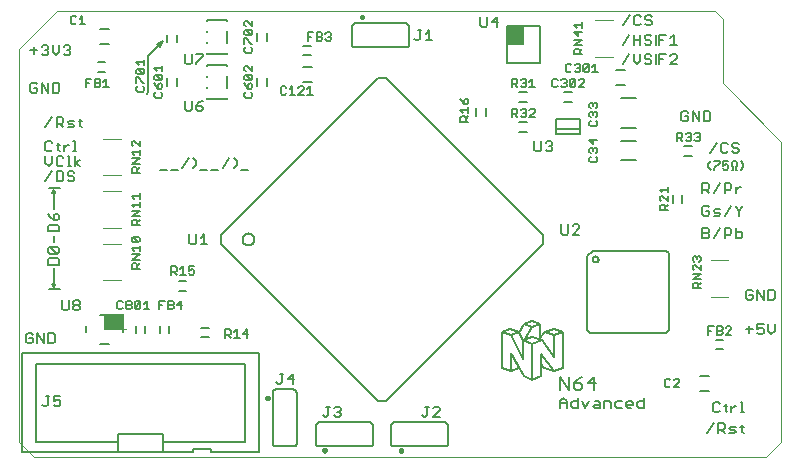
<source format=gto>
G04 EAGLE Gerber RS-274X export*
G75*
%MOMM*%
%FSLAX34Y34*%
%LPD*%
%INseide top*%
%IPPOS*%
%AMOC8*
5,1,8,0,0,1.08239X$1,22.5*%
G01*
%ADD10C,0.000000*%
%ADD11C,0.152400*%
%ADD12C,0.127000*%
%ADD13C,0.203200*%
%ADD14C,0.304800*%
%ADD15C,0.200000*%
%ADD16C,0.101600*%

G36*
X430595Y348627D02*
X430595Y348627D01*
X430661Y348629D01*
X430704Y348647D01*
X430751Y348655D01*
X430808Y348689D01*
X430868Y348714D01*
X430903Y348745D01*
X430944Y348770D01*
X430986Y348821D01*
X431034Y348865D01*
X431056Y348907D01*
X431085Y348944D01*
X431106Y349006D01*
X431137Y349065D01*
X431145Y349119D01*
X431157Y349156D01*
X431156Y349196D01*
X431164Y349250D01*
X431164Y364940D01*
X431153Y365005D01*
X431151Y365071D01*
X431133Y365114D01*
X431125Y365161D01*
X431091Y365218D01*
X431066Y365278D01*
X431035Y365313D01*
X431010Y365354D01*
X430959Y365396D01*
X430915Y365444D01*
X430873Y365466D01*
X430836Y365495D01*
X430774Y365516D01*
X430715Y365547D01*
X430661Y365555D01*
X430624Y365567D01*
X430584Y365566D01*
X430530Y365574D01*
X417530Y365574D01*
X417465Y365563D01*
X417399Y365561D01*
X417356Y365543D01*
X417309Y365535D01*
X417252Y365501D01*
X417192Y365476D01*
X417157Y365445D01*
X417116Y365420D01*
X417075Y365369D01*
X417026Y365325D01*
X417004Y365283D01*
X416975Y365246D01*
X416954Y365184D01*
X416923Y365125D01*
X416915Y365071D01*
X416903Y365034D01*
X416904Y364994D01*
X416896Y364940D01*
X416896Y349250D01*
X416907Y349185D01*
X416909Y349119D01*
X416927Y349076D01*
X416935Y349029D01*
X416969Y348972D01*
X416994Y348912D01*
X417025Y348877D01*
X417050Y348836D01*
X417101Y348795D01*
X417145Y348746D01*
X417187Y348724D01*
X417224Y348695D01*
X417286Y348674D01*
X417345Y348643D01*
X417399Y348635D01*
X417436Y348623D01*
X417476Y348624D01*
X417530Y348616D01*
X430530Y348616D01*
X430595Y348627D01*
G37*
G36*
X92267Y107581D02*
X92267Y107581D01*
X92333Y107583D01*
X92376Y107601D01*
X92423Y107609D01*
X92480Y107643D01*
X92540Y107668D01*
X92575Y107699D01*
X92616Y107724D01*
X92658Y107775D01*
X92706Y107819D01*
X92728Y107861D01*
X92757Y107898D01*
X92778Y107960D01*
X92809Y108019D01*
X92817Y108073D01*
X92829Y108110D01*
X92828Y108150D01*
X92836Y108204D01*
X92836Y120396D01*
X92825Y120461D01*
X92823Y120527D01*
X92805Y120570D01*
X92797Y120617D01*
X92763Y120674D01*
X92738Y120734D01*
X92707Y120769D01*
X92682Y120810D01*
X92631Y120852D01*
X92587Y120900D01*
X92545Y120922D01*
X92508Y120951D01*
X92446Y120972D01*
X92387Y121003D01*
X92333Y121011D01*
X92296Y121023D01*
X92256Y121022D01*
X92202Y121030D01*
X76200Y121030D01*
X76135Y121019D01*
X76069Y121017D01*
X76026Y120999D01*
X75979Y120991D01*
X75922Y120957D01*
X75862Y120932D01*
X75827Y120901D01*
X75786Y120876D01*
X75745Y120825D01*
X75696Y120781D01*
X75674Y120739D01*
X75645Y120702D01*
X75624Y120640D01*
X75593Y120581D01*
X75585Y120527D01*
X75573Y120490D01*
X75574Y120450D01*
X75566Y120396D01*
X75566Y108204D01*
X75577Y108139D01*
X75579Y108073D01*
X75597Y108030D01*
X75605Y107983D01*
X75639Y107926D01*
X75664Y107866D01*
X75695Y107831D01*
X75720Y107790D01*
X75771Y107749D01*
X75815Y107700D01*
X75857Y107678D01*
X75894Y107649D01*
X75956Y107628D01*
X76015Y107597D01*
X76069Y107589D01*
X76106Y107577D01*
X76146Y107578D01*
X76200Y107570D01*
X92202Y107570D01*
X92267Y107581D01*
G37*
D10*
X16510Y0D02*
X3810Y12700D01*
X3810Y345440D01*
X35560Y377190D01*
X593090Y377190D01*
X599440Y370840D01*
X599440Y316230D01*
X648970Y266700D01*
X648970Y12700D01*
X636270Y0D02*
X16510Y0D01*
X636270Y0D02*
X648970Y12700D01*
D11*
X19224Y344174D02*
X13462Y344174D01*
X16343Y347055D02*
X16343Y341293D01*
X22817Y347055D02*
X24258Y348495D01*
X27139Y348495D01*
X28579Y347055D01*
X28579Y345614D01*
X27139Y344174D01*
X25698Y344174D01*
X27139Y344174D02*
X28579Y342733D01*
X28579Y341293D01*
X27139Y339852D01*
X24258Y339852D01*
X22817Y341293D01*
X32172Y342733D02*
X32172Y348495D01*
X32172Y342733D02*
X35054Y339852D01*
X37935Y342733D01*
X37935Y348495D01*
X41528Y347055D02*
X42968Y348495D01*
X45849Y348495D01*
X47290Y347055D01*
X47290Y345614D01*
X45849Y344174D01*
X44409Y344174D01*
X45849Y344174D02*
X47290Y342733D01*
X47290Y341293D01*
X45849Y339852D01*
X42968Y339852D01*
X41528Y341293D01*
X17784Y316745D02*
X19224Y315305D01*
X17784Y316745D02*
X14903Y316745D01*
X13462Y315305D01*
X13462Y309543D01*
X14903Y308102D01*
X17784Y308102D01*
X19224Y309543D01*
X19224Y312424D01*
X16343Y312424D01*
X22817Y316745D02*
X22817Y308102D01*
X28579Y308102D02*
X22817Y316745D01*
X28579Y316745D02*
X28579Y308102D01*
X32172Y308102D02*
X32172Y316745D01*
X32172Y308102D02*
X36494Y308102D01*
X37935Y309543D01*
X37935Y315305D01*
X36494Y316745D01*
X32172Y316745D01*
X26162Y254515D02*
X26162Y248753D01*
X29043Y245872D01*
X31924Y248753D01*
X31924Y254515D01*
X39839Y254515D02*
X41279Y253075D01*
X39839Y254515D02*
X36958Y254515D01*
X35517Y253075D01*
X35517Y247313D01*
X36958Y245872D01*
X39839Y245872D01*
X41279Y247313D01*
X44872Y254515D02*
X46313Y254515D01*
X46313Y245872D01*
X44872Y245872D02*
X47754Y245872D01*
X51109Y245872D02*
X51109Y254515D01*
X51109Y248753D02*
X55431Y245872D01*
X51109Y248753D02*
X55431Y251634D01*
X31924Y241815D02*
X26162Y233172D01*
X35517Y233172D02*
X35517Y241815D01*
X35517Y233172D02*
X39839Y233172D01*
X41279Y234613D01*
X41279Y240375D01*
X39839Y241815D01*
X35517Y241815D01*
X49194Y241815D02*
X50635Y240375D01*
X49194Y241815D02*
X46313Y241815D01*
X44872Y240375D01*
X44872Y238934D01*
X46313Y237494D01*
X49194Y237494D01*
X50635Y236053D01*
X50635Y234613D01*
X49194Y233172D01*
X46313Y233172D01*
X44872Y234613D01*
X37338Y162794D02*
X28695Y162794D01*
X37338Y162794D02*
X37338Y167116D01*
X35897Y168556D01*
X30135Y168556D01*
X28695Y167116D01*
X28695Y162794D01*
X30135Y172149D02*
X35897Y172149D01*
X30135Y172149D02*
X28695Y173590D01*
X28695Y176471D01*
X30135Y177911D01*
X35897Y177911D01*
X37338Y176471D01*
X37338Y173590D01*
X35897Y172149D01*
X30135Y177911D01*
X33016Y181504D02*
X33016Y187267D01*
X28695Y190860D02*
X37338Y190860D01*
X37338Y195181D01*
X35897Y196622D01*
X30135Y196622D01*
X28695Y195181D01*
X28695Y190860D01*
X30135Y203096D02*
X28695Y205977D01*
X30135Y203096D02*
X33016Y200215D01*
X35897Y200215D01*
X37338Y201655D01*
X37338Y204536D01*
X35897Y205977D01*
X34457Y205977D01*
X33016Y204536D01*
X33016Y200215D01*
X29210Y227330D02*
X38100Y227330D01*
X38100Y142240D02*
X29210Y142240D01*
X33020Y209550D02*
X33020Y226060D01*
X31750Y223520D01*
X34290Y223520D02*
X33020Y226060D01*
X33020Y160020D02*
X33020Y143510D01*
X34290Y146050D01*
X31750Y146050D02*
X33020Y143510D01*
X13974Y104655D02*
X15414Y103215D01*
X13974Y104655D02*
X11093Y104655D01*
X9652Y103215D01*
X9652Y97453D01*
X11093Y96012D01*
X13974Y96012D01*
X15414Y97453D01*
X15414Y100334D01*
X12533Y100334D01*
X19007Y104655D02*
X19007Y96012D01*
X24769Y96012D02*
X19007Y104655D01*
X24769Y104655D02*
X24769Y96012D01*
X28362Y96012D02*
X28362Y104655D01*
X28362Y96012D02*
X32684Y96012D01*
X34125Y97453D01*
X34125Y103215D01*
X32684Y104655D01*
X28362Y104655D01*
X40132Y125393D02*
X40132Y132595D01*
X40132Y125393D02*
X41573Y123952D01*
X44454Y123952D01*
X45894Y125393D01*
X45894Y132595D01*
X49487Y131155D02*
X50928Y132595D01*
X53809Y132595D01*
X55249Y131155D01*
X55249Y129714D01*
X53809Y128274D01*
X55249Y126833D01*
X55249Y125393D01*
X53809Y123952D01*
X50928Y123952D01*
X49487Y125393D01*
X49487Y126833D01*
X50928Y128274D01*
X49487Y129714D01*
X49487Y131155D01*
X50928Y128274D02*
X53809Y128274D01*
D12*
X90427Y131959D02*
X91571Y130815D01*
X90427Y131959D02*
X88139Y131959D01*
X86995Y130815D01*
X86995Y126239D01*
X88139Y125095D01*
X90427Y125095D01*
X91571Y126239D01*
X94479Y130815D02*
X95623Y131959D01*
X97911Y131959D01*
X99055Y130815D01*
X99055Y129671D01*
X97911Y128527D01*
X99055Y127383D01*
X99055Y126239D01*
X97911Y125095D01*
X95623Y125095D01*
X94479Y126239D01*
X94479Y127383D01*
X95623Y128527D01*
X94479Y129671D01*
X94479Y130815D01*
X95623Y128527D02*
X97911Y128527D01*
X101963Y126239D02*
X101963Y130815D01*
X103107Y131959D01*
X105395Y131959D01*
X106539Y130815D01*
X106539Y126239D01*
X105395Y125095D01*
X103107Y125095D01*
X101963Y126239D01*
X106539Y130815D01*
X109447Y129671D02*
X111735Y131959D01*
X111735Y125095D01*
X109447Y125095D02*
X114023Y125095D01*
X106045Y159385D02*
X99181Y159385D01*
X99181Y162817D01*
X100325Y163961D01*
X102613Y163961D01*
X103757Y162817D01*
X103757Y159385D01*
X103757Y161673D02*
X106045Y163961D01*
X106045Y166869D02*
X99181Y166869D01*
X106045Y171445D01*
X99181Y171445D01*
X101469Y174353D02*
X99181Y176641D01*
X106045Y176641D01*
X106045Y174353D02*
X106045Y178929D01*
X104901Y181837D02*
X100325Y181837D01*
X99181Y182981D01*
X99181Y185269D01*
X100325Y186413D01*
X104901Y186413D01*
X106045Y185269D01*
X106045Y182981D01*
X104901Y181837D01*
X100325Y186413D01*
X99181Y196215D02*
X106045Y196215D01*
X99181Y196215D02*
X99181Y199647D01*
X100325Y200791D01*
X102613Y200791D01*
X103757Y199647D01*
X103757Y196215D01*
X103757Y198503D02*
X106045Y200791D01*
X106045Y203699D02*
X99181Y203699D01*
X106045Y208275D01*
X99181Y208275D01*
X101469Y211183D02*
X99181Y213471D01*
X106045Y213471D01*
X106045Y211183D02*
X106045Y215759D01*
X101469Y218667D02*
X99181Y220955D01*
X106045Y220955D01*
X106045Y218667D02*
X106045Y223243D01*
X106045Y240665D02*
X99181Y240665D01*
X99181Y244097D01*
X100325Y245241D01*
X102613Y245241D01*
X103757Y244097D01*
X103757Y240665D01*
X103757Y242953D02*
X106045Y245241D01*
X106045Y248149D02*
X99181Y248149D01*
X106045Y252725D01*
X99181Y252725D01*
X101469Y255633D02*
X99181Y257921D01*
X106045Y257921D01*
X106045Y255633D02*
X106045Y260209D01*
X106045Y263117D02*
X106045Y267693D01*
X106045Y263117D02*
X101469Y267693D01*
X100325Y267693D01*
X99181Y266549D01*
X99181Y264261D01*
X100325Y263117D01*
X60325Y313055D02*
X60325Y319919D01*
X64901Y319919D01*
X62613Y316487D02*
X60325Y316487D01*
X67809Y313055D02*
X67809Y319919D01*
X71241Y319919D01*
X72385Y318775D01*
X72385Y317631D01*
X71241Y316487D01*
X72385Y315343D01*
X72385Y314199D01*
X71241Y313055D01*
X67809Y313055D01*
X67809Y316487D02*
X71241Y316487D01*
X75293Y317631D02*
X77581Y319919D01*
X77581Y313055D01*
X75293Y313055D02*
X79869Y313055D01*
X52201Y372115D02*
X51057Y373259D01*
X48769Y373259D01*
X47625Y372115D01*
X47625Y367539D01*
X48769Y366395D01*
X51057Y366395D01*
X52201Y367539D01*
X55109Y370971D02*
X57397Y373259D01*
X57397Y366395D01*
X55109Y366395D02*
X59685Y366395D01*
X132715Y161169D02*
X132715Y154305D01*
X132715Y161169D02*
X136147Y161169D01*
X137291Y160025D01*
X137291Y157737D01*
X136147Y156593D01*
X132715Y156593D01*
X135003Y156593D02*
X137291Y154305D01*
X140199Y158881D02*
X142487Y161169D01*
X142487Y154305D01*
X140199Y154305D02*
X144775Y154305D01*
X147683Y161169D02*
X152259Y161169D01*
X147683Y161169D02*
X147683Y157737D01*
X149971Y158881D01*
X151115Y158881D01*
X152259Y157737D01*
X152259Y155449D01*
X151115Y154305D01*
X148827Y154305D01*
X147683Y155449D01*
X178435Y107829D02*
X178435Y100965D01*
X178435Y107829D02*
X181867Y107829D01*
X183011Y106685D01*
X183011Y104397D01*
X181867Y103253D01*
X178435Y103253D01*
X180723Y103253D02*
X183011Y100965D01*
X185919Y105541D02*
X188207Y107829D01*
X188207Y100965D01*
X185919Y100965D02*
X190495Y100965D01*
X196835Y100965D02*
X196835Y107829D01*
X193403Y104397D01*
X197979Y104397D01*
D11*
X25063Y42672D02*
X23622Y44113D01*
X25063Y42672D02*
X26503Y42672D01*
X27944Y44113D01*
X27944Y51315D01*
X29384Y51315D02*
X26503Y51315D01*
X32977Y51315D02*
X38739Y51315D01*
X32977Y51315D02*
X32977Y46994D01*
X35858Y48434D01*
X37299Y48434D01*
X38739Y46994D01*
X38739Y44113D01*
X37299Y42672D01*
X34418Y42672D01*
X32977Y44113D01*
X148082Y181273D02*
X148082Y188475D01*
X148082Y181273D02*
X149523Y179832D01*
X152404Y179832D01*
X153844Y181273D01*
X153844Y188475D01*
X157437Y185594D02*
X160318Y188475D01*
X160318Y179832D01*
X157437Y179832D02*
X163199Y179832D01*
X144272Y294303D02*
X144272Y301505D01*
X144272Y294303D02*
X145713Y292862D01*
X148594Y292862D01*
X150034Y294303D01*
X150034Y301505D01*
X156508Y300065D02*
X159389Y301505D01*
X156508Y300065D02*
X153627Y297184D01*
X153627Y294303D01*
X155068Y292862D01*
X157949Y292862D01*
X159389Y294303D01*
X159389Y295743D01*
X157949Y297184D01*
X153627Y297184D01*
X144272Y333673D02*
X144272Y340875D01*
X144272Y333673D02*
X145713Y332232D01*
X148594Y332232D01*
X150034Y333673D01*
X150034Y340875D01*
X153627Y340875D02*
X159389Y340875D01*
X159389Y339435D01*
X153627Y333673D01*
X153627Y332232D01*
D12*
X104135Y313821D02*
X102991Y312677D01*
X102991Y310389D01*
X104135Y309245D01*
X108711Y309245D01*
X109855Y310389D01*
X109855Y312677D01*
X108711Y313821D01*
X102991Y316729D02*
X102991Y321305D01*
X104135Y321305D01*
X108711Y316729D01*
X109855Y316729D01*
X108711Y324213D02*
X104135Y324213D01*
X102991Y325357D01*
X102991Y327645D01*
X104135Y328789D01*
X108711Y328789D01*
X109855Y327645D01*
X109855Y325357D01*
X108711Y324213D01*
X104135Y328789D01*
X105279Y331697D02*
X102991Y333985D01*
X109855Y333985D01*
X109855Y331697D02*
X109855Y336273D01*
X119375Y308741D02*
X118231Y307597D01*
X118231Y305309D01*
X119375Y304165D01*
X123951Y304165D01*
X125095Y305309D01*
X125095Y307597D01*
X123951Y308741D01*
X119375Y313937D02*
X118231Y316225D01*
X119375Y313937D02*
X121663Y311649D01*
X123951Y311649D01*
X125095Y312793D01*
X125095Y315081D01*
X123951Y316225D01*
X122807Y316225D01*
X121663Y315081D01*
X121663Y311649D01*
X123951Y319133D02*
X119375Y319133D01*
X118231Y320277D01*
X118231Y322565D01*
X119375Y323709D01*
X123951Y323709D01*
X125095Y322565D01*
X125095Y320277D01*
X123951Y319133D01*
X119375Y323709D01*
X120519Y326617D02*
X118231Y328905D01*
X125095Y328905D01*
X125095Y326617D02*
X125095Y331193D01*
X194431Y307597D02*
X195575Y308741D01*
X194431Y307597D02*
X194431Y305309D01*
X195575Y304165D01*
X200151Y304165D01*
X201295Y305309D01*
X201295Y307597D01*
X200151Y308741D01*
X195575Y313937D02*
X194431Y316225D01*
X195575Y313937D02*
X197863Y311649D01*
X200151Y311649D01*
X201295Y312793D01*
X201295Y315081D01*
X200151Y316225D01*
X199007Y316225D01*
X197863Y315081D01*
X197863Y311649D01*
X200151Y319133D02*
X195575Y319133D01*
X194431Y320277D01*
X194431Y322565D01*
X195575Y323709D01*
X200151Y323709D01*
X201295Y322565D01*
X201295Y320277D01*
X200151Y319133D01*
X195575Y323709D01*
X201295Y326617D02*
X201295Y331193D01*
X201295Y326617D02*
X196719Y331193D01*
X195575Y331193D01*
X194431Y330049D01*
X194431Y327761D01*
X195575Y326617D01*
X194431Y345697D02*
X195575Y346841D01*
X194431Y345697D02*
X194431Y343409D01*
X195575Y342265D01*
X200151Y342265D01*
X201295Y343409D01*
X201295Y345697D01*
X200151Y346841D01*
X194431Y349749D02*
X194431Y354325D01*
X195575Y354325D01*
X200151Y349749D01*
X201295Y349749D01*
X200151Y357233D02*
X195575Y357233D01*
X194431Y358377D01*
X194431Y360665D01*
X195575Y361809D01*
X200151Y361809D01*
X201295Y360665D01*
X201295Y358377D01*
X200151Y357233D01*
X195575Y361809D01*
X201295Y364717D02*
X201295Y369293D01*
X201295Y364717D02*
X196719Y369293D01*
X195575Y369293D01*
X194431Y368149D01*
X194431Y365861D01*
X195575Y364717D01*
X228857Y313569D02*
X230001Y312425D01*
X228857Y313569D02*
X226569Y313569D01*
X225425Y312425D01*
X225425Y307849D01*
X226569Y306705D01*
X228857Y306705D01*
X230001Y307849D01*
X232909Y311281D02*
X235197Y313569D01*
X235197Y306705D01*
X232909Y306705D02*
X237485Y306705D01*
X240393Y306705D02*
X244969Y306705D01*
X240393Y306705D02*
X244969Y311281D01*
X244969Y312425D01*
X243825Y313569D01*
X241537Y313569D01*
X240393Y312425D01*
X247877Y311281D02*
X250165Y313569D01*
X250165Y306705D01*
X247877Y306705D02*
X252453Y306705D01*
X248285Y352425D02*
X248285Y359289D01*
X252861Y359289D01*
X250573Y355857D02*
X248285Y355857D01*
X255769Y352425D02*
X255769Y359289D01*
X259201Y359289D01*
X260345Y358145D01*
X260345Y357001D01*
X259201Y355857D01*
X260345Y354713D01*
X260345Y353569D01*
X259201Y352425D01*
X255769Y352425D01*
X255769Y355857D02*
X259201Y355857D01*
X263253Y358145D02*
X264397Y359289D01*
X266685Y359289D01*
X267829Y358145D01*
X267829Y357001D01*
X266685Y355857D01*
X265541Y355857D01*
X266685Y355857D02*
X267829Y354713D01*
X267829Y353569D01*
X266685Y352425D01*
X264397Y352425D01*
X263253Y353569D01*
D11*
X338582Y353993D02*
X340023Y352552D01*
X341463Y352552D01*
X342904Y353993D01*
X342904Y361195D01*
X344344Y361195D02*
X341463Y361195D01*
X347937Y358314D02*
X350818Y361195D01*
X350818Y352552D01*
X347937Y352552D02*
X353699Y352552D01*
X344932Y35223D02*
X346373Y33782D01*
X347813Y33782D01*
X349254Y35223D01*
X349254Y42425D01*
X350694Y42425D02*
X347813Y42425D01*
X354287Y33782D02*
X360049Y33782D01*
X354287Y33782D02*
X360049Y39544D01*
X360049Y40985D01*
X358609Y42425D01*
X355728Y42425D01*
X354287Y40985D01*
X262553Y33782D02*
X261112Y35223D01*
X262553Y33782D02*
X263993Y33782D01*
X265434Y35223D01*
X265434Y42425D01*
X266874Y42425D02*
X263993Y42425D01*
X270467Y40985D02*
X271908Y42425D01*
X274789Y42425D01*
X276229Y40985D01*
X276229Y39544D01*
X274789Y38104D01*
X273348Y38104D01*
X274789Y38104D02*
X276229Y36663D01*
X276229Y35223D01*
X274789Y33782D01*
X271908Y33782D01*
X270467Y35223D01*
X223183Y61722D02*
X221742Y63163D01*
X223183Y61722D02*
X224623Y61722D01*
X226064Y63163D01*
X226064Y70365D01*
X227504Y70365D02*
X224623Y70365D01*
X235419Y70365D02*
X235419Y61722D01*
X231097Y66044D02*
X235419Y70365D01*
X236859Y66044D02*
X231097Y66044D01*
X394462Y365423D02*
X394462Y372625D01*
X394462Y365423D02*
X395903Y363982D01*
X398784Y363982D01*
X400224Y365423D01*
X400224Y372625D01*
X408139Y372625D02*
X408139Y363982D01*
X403817Y368304D02*
X408139Y372625D01*
X409579Y368304D02*
X403817Y368304D01*
D12*
X473831Y340995D02*
X480695Y340995D01*
X473831Y340995D02*
X473831Y344427D01*
X474975Y345571D01*
X477263Y345571D01*
X478407Y344427D01*
X478407Y340995D01*
X478407Y343283D02*
X480695Y345571D01*
X480695Y348479D02*
X473831Y348479D01*
X480695Y353055D01*
X473831Y353055D01*
X473831Y359395D02*
X480695Y359395D01*
X477263Y355963D02*
X473831Y359395D01*
X477263Y360539D02*
X477263Y355963D01*
X476119Y363447D02*
X473831Y365735D01*
X480695Y365735D01*
X480695Y363447D02*
X480695Y368023D01*
X470157Y332619D02*
X471301Y331475D01*
X470157Y332619D02*
X467869Y332619D01*
X466725Y331475D01*
X466725Y326899D01*
X467869Y325755D01*
X470157Y325755D01*
X471301Y326899D01*
X474209Y331475D02*
X475353Y332619D01*
X477641Y332619D01*
X478785Y331475D01*
X478785Y330331D01*
X477641Y329187D01*
X476497Y329187D01*
X477641Y329187D02*
X478785Y328043D01*
X478785Y326899D01*
X477641Y325755D01*
X475353Y325755D01*
X474209Y326899D01*
X481693Y326899D02*
X481693Y331475D01*
X482837Y332619D01*
X485125Y332619D01*
X486269Y331475D01*
X486269Y326899D01*
X485125Y325755D01*
X482837Y325755D01*
X481693Y326899D01*
X486269Y331475D01*
X489177Y330331D02*
X491465Y332619D01*
X491465Y325755D01*
X489177Y325755D02*
X493753Y325755D01*
X487675Y284611D02*
X486531Y283467D01*
X486531Y281179D01*
X487675Y280035D01*
X492251Y280035D01*
X493395Y281179D01*
X493395Y283467D01*
X492251Y284611D01*
X487675Y287519D02*
X486531Y288663D01*
X486531Y290951D01*
X487675Y292095D01*
X488819Y292095D01*
X489963Y290951D01*
X489963Y289807D01*
X489963Y290951D02*
X491107Y292095D01*
X492251Y292095D01*
X493395Y290951D01*
X493395Y288663D01*
X492251Y287519D01*
X487675Y295003D02*
X486531Y296147D01*
X486531Y298435D01*
X487675Y299579D01*
X488819Y299579D01*
X489963Y298435D01*
X489963Y297291D01*
X489963Y298435D02*
X491107Y299579D01*
X492251Y299579D01*
X493395Y298435D01*
X493395Y296147D01*
X492251Y295003D01*
X487675Y254131D02*
X486531Y252987D01*
X486531Y250699D01*
X487675Y249555D01*
X492251Y249555D01*
X493395Y250699D01*
X493395Y252987D01*
X492251Y254131D01*
X487675Y257039D02*
X486531Y258183D01*
X486531Y260471D01*
X487675Y261615D01*
X488819Y261615D01*
X489963Y260471D01*
X489963Y259327D01*
X489963Y260471D02*
X491107Y261615D01*
X492251Y261615D01*
X493395Y260471D01*
X493395Y258183D01*
X492251Y257039D01*
X493395Y267955D02*
X486531Y267955D01*
X489963Y264523D01*
X489963Y269099D01*
X560705Y267335D02*
X560705Y274199D01*
X564137Y274199D01*
X565281Y273055D01*
X565281Y270767D01*
X564137Y269623D01*
X560705Y269623D01*
X562993Y269623D02*
X565281Y267335D01*
X568189Y273055D02*
X569333Y274199D01*
X571621Y274199D01*
X572765Y273055D01*
X572765Y271911D01*
X571621Y270767D01*
X570477Y270767D01*
X571621Y270767D02*
X572765Y269623D01*
X572765Y268479D01*
X571621Y267335D01*
X569333Y267335D01*
X568189Y268479D01*
X575673Y273055D02*
X576817Y274199D01*
X579105Y274199D01*
X580249Y273055D01*
X580249Y271911D01*
X579105Y270767D01*
X577961Y270767D01*
X579105Y270767D02*
X580249Y269623D01*
X580249Y268479D01*
X579105Y267335D01*
X576817Y267335D01*
X575673Y268479D01*
X384175Y283845D02*
X377311Y283845D01*
X377311Y287277D01*
X378455Y288421D01*
X380743Y288421D01*
X381887Y287277D01*
X381887Y283845D01*
X381887Y286133D02*
X384175Y288421D01*
X379599Y291329D02*
X377311Y293617D01*
X384175Y293617D01*
X384175Y291329D02*
X384175Y295905D01*
X378455Y301101D02*
X377311Y303389D01*
X378455Y301101D02*
X380743Y298813D01*
X383031Y298813D01*
X384175Y299957D01*
X384175Y302245D01*
X383031Y303389D01*
X381887Y303389D01*
X380743Y302245D01*
X380743Y298813D01*
X421005Y313055D02*
X421005Y319919D01*
X424437Y319919D01*
X425581Y318775D01*
X425581Y316487D01*
X424437Y315343D01*
X421005Y315343D01*
X423293Y315343D02*
X425581Y313055D01*
X428489Y318775D02*
X429633Y319919D01*
X431921Y319919D01*
X433065Y318775D01*
X433065Y317631D01*
X431921Y316487D01*
X430777Y316487D01*
X431921Y316487D02*
X433065Y315343D01*
X433065Y314199D01*
X431921Y313055D01*
X429633Y313055D01*
X428489Y314199D01*
X435973Y317631D02*
X438261Y319919D01*
X438261Y313055D01*
X435973Y313055D02*
X440549Y313055D01*
X421005Y294519D02*
X421005Y287655D01*
X421005Y294519D02*
X424437Y294519D01*
X425581Y293375D01*
X425581Y291087D01*
X424437Y289943D01*
X421005Y289943D01*
X423293Y289943D02*
X425581Y287655D01*
X428489Y293375D02*
X429633Y294519D01*
X431921Y294519D01*
X433065Y293375D01*
X433065Y292231D01*
X431921Y291087D01*
X430777Y291087D01*
X431921Y291087D02*
X433065Y289943D01*
X433065Y288799D01*
X431921Y287655D01*
X429633Y287655D01*
X428489Y288799D01*
X435973Y287655D02*
X440549Y287655D01*
X435973Y287655D02*
X440549Y292231D01*
X440549Y293375D01*
X439405Y294519D01*
X437117Y294519D01*
X435973Y293375D01*
X459871Y318775D02*
X458727Y319919D01*
X456439Y319919D01*
X455295Y318775D01*
X455295Y314199D01*
X456439Y313055D01*
X458727Y313055D01*
X459871Y314199D01*
X462779Y318775D02*
X463923Y319919D01*
X466211Y319919D01*
X467355Y318775D01*
X467355Y317631D01*
X466211Y316487D01*
X465067Y316487D01*
X466211Y316487D02*
X467355Y315343D01*
X467355Y314199D01*
X466211Y313055D01*
X463923Y313055D01*
X462779Y314199D01*
X470263Y314199D02*
X470263Y318775D01*
X471407Y319919D01*
X473695Y319919D01*
X474839Y318775D01*
X474839Y314199D01*
X473695Y313055D01*
X471407Y313055D01*
X470263Y314199D01*
X474839Y318775D01*
X477747Y313055D02*
X482323Y313055D01*
X477747Y313055D02*
X482323Y317631D01*
X482323Y318775D01*
X481179Y319919D01*
X478891Y319919D01*
X477747Y318775D01*
D11*
X440182Y267215D02*
X440182Y260013D01*
X441623Y258572D01*
X444504Y258572D01*
X445944Y260013D01*
X445944Y267215D01*
X449537Y265775D02*
X450978Y267215D01*
X453859Y267215D01*
X455299Y265775D01*
X455299Y264334D01*
X453859Y262894D01*
X452418Y262894D01*
X453859Y262894D02*
X455299Y261453D01*
X455299Y260013D01*
X453859Y258572D01*
X450978Y258572D01*
X449537Y260013D01*
X514986Y365252D02*
X520749Y373895D01*
X528663Y373895D02*
X530104Y372455D01*
X528663Y373895D02*
X525782Y373895D01*
X524342Y372455D01*
X524342Y366693D01*
X525782Y365252D01*
X528663Y365252D01*
X530104Y366693D01*
X538019Y373895D02*
X539459Y372455D01*
X538019Y373895D02*
X535137Y373895D01*
X533697Y372455D01*
X533697Y371014D01*
X535137Y369574D01*
X538019Y369574D01*
X539459Y368133D01*
X539459Y366693D01*
X538019Y365252D01*
X535137Y365252D01*
X533697Y366693D01*
X520510Y357385D02*
X514748Y348742D01*
X524103Y348742D02*
X524103Y357385D01*
X524103Y353064D02*
X529865Y353064D01*
X529865Y357385D02*
X529865Y348742D01*
X537780Y357385D02*
X539220Y355945D01*
X537780Y357385D02*
X534899Y357385D01*
X533458Y355945D01*
X533458Y354504D01*
X534899Y353064D01*
X537780Y353064D01*
X539220Y351623D01*
X539220Y350183D01*
X537780Y348742D01*
X534899Y348742D01*
X533458Y350183D01*
X542813Y348742D02*
X542813Y357385D01*
X545932Y357385D02*
X545932Y348742D01*
X545932Y357385D02*
X551694Y357385D01*
X548813Y353064D02*
X545932Y353064D01*
X555287Y354504D02*
X558168Y357385D01*
X558168Y348742D01*
X555287Y348742D02*
X561049Y348742D01*
X520510Y340875D02*
X514748Y332232D01*
X524103Y335113D02*
X524103Y340875D01*
X524103Y335113D02*
X526984Y332232D01*
X529865Y335113D01*
X529865Y340875D01*
X537780Y340875D02*
X539220Y339435D01*
X537780Y340875D02*
X534899Y340875D01*
X533458Y339435D01*
X533458Y337994D01*
X534899Y336554D01*
X537780Y336554D01*
X539220Y335113D01*
X539220Y333673D01*
X537780Y332232D01*
X534899Y332232D01*
X533458Y333673D01*
X542813Y332232D02*
X542813Y340875D01*
X545932Y340875D02*
X545932Y332232D01*
X545932Y340875D02*
X551694Y340875D01*
X548813Y336554D02*
X545932Y336554D01*
X555287Y332232D02*
X561049Y332232D01*
X555287Y332232D02*
X561049Y337994D01*
X561049Y339435D01*
X559608Y340875D01*
X556727Y340875D01*
X555287Y339435D01*
X568964Y292615D02*
X570404Y291175D01*
X568964Y292615D02*
X566083Y292615D01*
X564642Y291175D01*
X564642Y285413D01*
X566083Y283972D01*
X568964Y283972D01*
X570404Y285413D01*
X570404Y288294D01*
X567523Y288294D01*
X573997Y292615D02*
X573997Y283972D01*
X579759Y283972D02*
X573997Y292615D01*
X579759Y292615D02*
X579759Y283972D01*
X583352Y283972D02*
X583352Y292615D01*
X583352Y283972D02*
X587674Y283972D01*
X589115Y285413D01*
X589115Y291175D01*
X587674Y292615D01*
X583352Y292615D01*
X594534Y265945D02*
X588772Y257302D01*
X602449Y265945D02*
X603889Y264505D01*
X602449Y265945D02*
X599568Y265945D01*
X598127Y264505D01*
X598127Y258743D01*
X599568Y257302D01*
X602449Y257302D01*
X603889Y258743D01*
X611804Y265945D02*
X613245Y264505D01*
X611804Y265945D02*
X608923Y265945D01*
X607482Y264505D01*
X607482Y263064D01*
X608923Y261624D01*
X611804Y261624D01*
X613245Y260183D01*
X613245Y258743D01*
X611804Y257302D01*
X608923Y257302D01*
X607482Y258743D01*
D12*
X589663Y243205D02*
X587375Y245493D01*
X587375Y247781D01*
X589663Y250069D01*
X592364Y250069D02*
X596940Y250069D01*
X596940Y248925D01*
X592364Y244349D01*
X592364Y243205D01*
X599849Y250069D02*
X604425Y250069D01*
X599849Y250069D02*
X599849Y246637D01*
X602137Y247781D01*
X603281Y247781D01*
X604425Y246637D01*
X604425Y244349D01*
X603281Y243205D01*
X600993Y243205D01*
X599849Y244349D01*
X607333Y243205D02*
X608477Y243205D01*
X608477Y245493D01*
X607333Y246637D01*
X607333Y248925D01*
X608477Y250069D01*
X610765Y250069D01*
X611909Y248925D01*
X611909Y246637D01*
X610765Y245493D01*
X610765Y243205D01*
X611909Y243205D01*
X614817Y243205D02*
X617105Y245493D01*
X617105Y247781D01*
X614817Y250069D01*
D11*
X463042Y196730D02*
X463042Y189528D01*
X464483Y188087D01*
X467364Y188087D01*
X468804Y189528D01*
X468804Y196730D01*
X472397Y188087D02*
X478159Y188087D01*
X472397Y188087D02*
X478159Y193849D01*
X478159Y195290D01*
X476719Y196730D01*
X473838Y196730D01*
X472397Y195290D01*
D12*
X574161Y142875D02*
X581025Y142875D01*
X574161Y142875D02*
X574161Y146307D01*
X575305Y147451D01*
X577593Y147451D01*
X578737Y146307D01*
X578737Y142875D01*
X578737Y145163D02*
X581025Y147451D01*
X581025Y150359D02*
X574161Y150359D01*
X581025Y154935D01*
X574161Y154935D01*
X581025Y157843D02*
X581025Y162419D01*
X581025Y157843D02*
X576449Y162419D01*
X575305Y162419D01*
X574161Y161275D01*
X574161Y158987D01*
X575305Y157843D01*
X575305Y165327D02*
X574161Y166471D01*
X574161Y168759D01*
X575305Y169903D01*
X576449Y169903D01*
X577593Y168759D01*
X577593Y167615D01*
X577593Y168759D02*
X578737Y169903D01*
X579881Y169903D01*
X581025Y168759D01*
X581025Y166471D01*
X579881Y165327D01*
D11*
X582422Y223012D02*
X582422Y231655D01*
X586744Y231655D01*
X588184Y230215D01*
X588184Y227334D01*
X586744Y225893D01*
X582422Y225893D01*
X585303Y225893D02*
X588184Y223012D01*
X591777Y223012D02*
X597539Y231655D01*
X601132Y231655D02*
X601132Y223012D01*
X601132Y231655D02*
X605454Y231655D01*
X606895Y230215D01*
X606895Y227334D01*
X605454Y225893D01*
X601132Y225893D01*
X610488Y223012D02*
X610488Y228774D01*
X610488Y225893D02*
X613369Y228774D01*
X614809Y228774D01*
X623574Y141485D02*
X625014Y140045D01*
X623574Y141485D02*
X620693Y141485D01*
X619252Y140045D01*
X619252Y134283D01*
X620693Y132842D01*
X623574Y132842D01*
X625014Y134283D01*
X625014Y137164D01*
X622133Y137164D01*
X628607Y141485D02*
X628607Y132842D01*
X634369Y132842D02*
X628607Y141485D01*
X634369Y141485D02*
X634369Y132842D01*
X637962Y132842D02*
X637962Y141485D01*
X637962Y132842D02*
X642284Y132842D01*
X643725Y134283D01*
X643725Y140045D01*
X642284Y141485D01*
X637962Y141485D01*
X625014Y107954D02*
X619252Y107954D01*
X622133Y110835D02*
X622133Y105073D01*
X628607Y112275D02*
X634369Y112275D01*
X628607Y112275D02*
X628607Y107954D01*
X631488Y109394D01*
X632929Y109394D01*
X634369Y107954D01*
X634369Y105073D01*
X632929Y103632D01*
X630048Y103632D01*
X628607Y105073D01*
X637962Y106513D02*
X637962Y112275D01*
X637962Y106513D02*
X640844Y103632D01*
X643725Y106513D01*
X643725Y112275D01*
D12*
X587375Y110369D02*
X587375Y103505D01*
X587375Y110369D02*
X591951Y110369D01*
X589663Y106937D02*
X587375Y106937D01*
X594859Y103505D02*
X594859Y110369D01*
X598291Y110369D01*
X599435Y109225D01*
X599435Y108081D01*
X598291Y106937D01*
X599435Y105793D01*
X599435Y104649D01*
X598291Y103505D01*
X594859Y103505D01*
X594859Y106937D02*
X598291Y106937D01*
X602343Y103505D02*
X606919Y103505D01*
X602343Y103505D02*
X606919Y108081D01*
X606919Y109225D01*
X605775Y110369D01*
X603487Y110369D01*
X602343Y109225D01*
X555121Y64775D02*
X553977Y65919D01*
X551689Y65919D01*
X550545Y64775D01*
X550545Y60199D01*
X551689Y59055D01*
X553977Y59055D01*
X555121Y60199D01*
X558029Y59055D02*
X562605Y59055D01*
X558029Y59055D02*
X562605Y63631D01*
X562605Y64775D01*
X561461Y65919D01*
X559173Y65919D01*
X558029Y64775D01*
D11*
X591994Y28455D02*
X586232Y19812D01*
X595587Y19812D02*
X595587Y28455D01*
X599909Y28455D01*
X601349Y27015D01*
X601349Y24134D01*
X599909Y22693D01*
X595587Y22693D01*
X598468Y22693D02*
X601349Y19812D01*
X604942Y19812D02*
X609264Y19812D01*
X610705Y21253D01*
X609264Y22693D01*
X606383Y22693D01*
X604942Y24134D01*
X606383Y25574D01*
X610705Y25574D01*
X615738Y27015D02*
X615738Y21253D01*
X617179Y19812D01*
X617179Y25574D02*
X614298Y25574D01*
X597074Y44795D02*
X595634Y46235D01*
X592753Y46235D01*
X591312Y44795D01*
X591312Y39033D01*
X592753Y37592D01*
X595634Y37592D01*
X597074Y39033D01*
X602108Y39033D02*
X602108Y44795D01*
X602108Y39033D02*
X603548Y37592D01*
X603548Y43354D02*
X600667Y43354D01*
X606904Y43354D02*
X606904Y37592D01*
X606904Y40473D02*
X609785Y43354D01*
X611226Y43354D01*
X614700Y46235D02*
X616141Y46235D01*
X616141Y37592D01*
X617581Y37592D02*
X614700Y37592D01*
D12*
X553085Y208915D02*
X546221Y208915D01*
X546221Y212347D01*
X547365Y213491D01*
X549653Y213491D01*
X550797Y212347D01*
X550797Y208915D01*
X550797Y211203D02*
X553085Y213491D01*
X553085Y216399D02*
X553085Y220975D01*
X553085Y216399D02*
X548509Y220975D01*
X547365Y220975D01*
X546221Y219831D01*
X546221Y217543D01*
X547365Y216399D01*
X548509Y223883D02*
X546221Y226171D01*
X553085Y226171D01*
X553085Y223883D02*
X553085Y228459D01*
X122555Y131959D02*
X122555Y125095D01*
X122555Y131959D02*
X127131Y131959D01*
X124843Y128527D02*
X122555Y128527D01*
X130039Y125095D02*
X130039Y131959D01*
X133471Y131959D01*
X134615Y130815D01*
X134615Y129671D01*
X133471Y128527D01*
X134615Y127383D01*
X134615Y126239D01*
X133471Y125095D01*
X130039Y125095D01*
X130039Y128527D02*
X133471Y128527D01*
X140955Y125095D02*
X140955Y131959D01*
X137523Y128527D01*
X142099Y128527D01*
D11*
X461772Y47164D02*
X461772Y41402D01*
X461772Y47164D02*
X464653Y50045D01*
X467534Y47164D01*
X467534Y41402D01*
X467534Y45724D02*
X461772Y45724D01*
X476889Y50045D02*
X476889Y41402D01*
X472568Y41402D01*
X471127Y42843D01*
X471127Y45724D01*
X472568Y47164D01*
X476889Y47164D01*
X480482Y47164D02*
X483364Y41402D01*
X486245Y47164D01*
X491278Y47164D02*
X494159Y47164D01*
X495600Y45724D01*
X495600Y41402D01*
X491278Y41402D01*
X489838Y42843D01*
X491278Y44283D01*
X495600Y44283D01*
X499193Y41402D02*
X499193Y47164D01*
X503514Y47164D01*
X504955Y45724D01*
X504955Y41402D01*
X509989Y47164D02*
X514310Y47164D01*
X509989Y47164D02*
X508548Y45724D01*
X508548Y42843D01*
X509989Y41402D01*
X514310Y41402D01*
X519344Y41402D02*
X522225Y41402D01*
X519344Y41402D02*
X517903Y42843D01*
X517903Y45724D01*
X519344Y47164D01*
X522225Y47164D01*
X523665Y45724D01*
X523665Y44283D01*
X517903Y44283D01*
X533021Y41402D02*
X533021Y50045D01*
X533021Y41402D02*
X528699Y41402D01*
X527258Y42843D01*
X527258Y45724D01*
X528699Y47164D01*
X533021Y47164D01*
D13*
X462026Y56896D02*
X462026Y67573D01*
X469144Y56896D01*
X469144Y67573D01*
X477279Y65794D02*
X480838Y67573D01*
X477279Y65794D02*
X473720Y62235D01*
X473720Y58676D01*
X475499Y56896D01*
X479059Y56896D01*
X480838Y58676D01*
X480838Y60455D01*
X479059Y62235D01*
X473720Y62235D01*
X490753Y67573D02*
X490753Y56896D01*
X485414Y62235D02*
X490753Y67573D01*
X492532Y62235D02*
X485414Y62235D01*
D11*
X128834Y243161D02*
X123072Y243161D01*
X132427Y243161D02*
X138189Y243161D01*
X141782Y244602D02*
X147545Y253245D01*
X154019Y247483D02*
X151138Y244602D01*
X154019Y247483D02*
X154019Y250364D01*
X151138Y253245D01*
X157374Y243161D02*
X163137Y243161D01*
X166730Y243161D02*
X172492Y243161D01*
X176085Y244602D02*
X181847Y253245D01*
X188321Y247483D02*
X185440Y244602D01*
X188321Y247483D02*
X188321Y250364D01*
X185440Y253245D01*
X191677Y243161D02*
X197439Y243161D01*
X513080Y303530D02*
X525780Y303530D01*
X525780Y278130D02*
X513080Y278130D01*
D14*
X214062Y49530D02*
X214064Y49578D01*
X214070Y49625D01*
X214080Y49671D01*
X214094Y49717D01*
X214111Y49761D01*
X214132Y49804D01*
X214157Y49844D01*
X214185Y49883D01*
X214216Y49919D01*
X214250Y49952D01*
X214287Y49982D01*
X214326Y50010D01*
X214367Y50033D01*
X214410Y50054D01*
X214454Y50070D01*
X214500Y50083D01*
X214547Y50092D01*
X214594Y50097D01*
X214642Y50098D01*
X214689Y50095D01*
X214736Y50088D01*
X214783Y50077D01*
X214828Y50062D01*
X214872Y50044D01*
X214914Y50022D01*
X214954Y49996D01*
X214992Y49968D01*
X215027Y49936D01*
X215060Y49901D01*
X215090Y49864D01*
X215116Y49824D01*
X215139Y49783D01*
X215158Y49739D01*
X215174Y49694D01*
X215186Y49648D01*
X215194Y49601D01*
X215198Y49554D01*
X215198Y49506D01*
X215194Y49459D01*
X215186Y49412D01*
X215174Y49366D01*
X215158Y49321D01*
X215139Y49277D01*
X215116Y49236D01*
X215090Y49196D01*
X215060Y49159D01*
X215027Y49124D01*
X214992Y49092D01*
X214954Y49064D01*
X214914Y49038D01*
X214872Y49016D01*
X214828Y48998D01*
X214783Y48983D01*
X214736Y48972D01*
X214689Y48965D01*
X214642Y48962D01*
X214594Y48963D01*
X214547Y48968D01*
X214500Y48977D01*
X214454Y48990D01*
X214410Y49006D01*
X214367Y49027D01*
X214326Y49050D01*
X214287Y49078D01*
X214250Y49108D01*
X214216Y49141D01*
X214185Y49177D01*
X214157Y49216D01*
X214132Y49256D01*
X214111Y49299D01*
X214094Y49343D01*
X214080Y49389D01*
X214070Y49435D01*
X214064Y49482D01*
X214062Y49530D01*
X262322Y5080D02*
X262324Y5128D01*
X262330Y5175D01*
X262340Y5221D01*
X262354Y5267D01*
X262371Y5311D01*
X262392Y5354D01*
X262417Y5394D01*
X262445Y5433D01*
X262476Y5469D01*
X262510Y5502D01*
X262547Y5532D01*
X262586Y5560D01*
X262627Y5583D01*
X262670Y5604D01*
X262714Y5620D01*
X262760Y5633D01*
X262807Y5642D01*
X262854Y5647D01*
X262902Y5648D01*
X262949Y5645D01*
X262996Y5638D01*
X263043Y5627D01*
X263088Y5612D01*
X263132Y5594D01*
X263174Y5572D01*
X263214Y5546D01*
X263252Y5518D01*
X263287Y5486D01*
X263320Y5451D01*
X263350Y5414D01*
X263376Y5374D01*
X263399Y5333D01*
X263418Y5289D01*
X263434Y5244D01*
X263446Y5198D01*
X263454Y5151D01*
X263458Y5104D01*
X263458Y5056D01*
X263454Y5009D01*
X263446Y4962D01*
X263434Y4916D01*
X263418Y4871D01*
X263399Y4827D01*
X263376Y4786D01*
X263350Y4746D01*
X263320Y4709D01*
X263287Y4674D01*
X263252Y4642D01*
X263214Y4614D01*
X263174Y4588D01*
X263132Y4566D01*
X263088Y4548D01*
X263043Y4533D01*
X262996Y4522D01*
X262949Y4515D01*
X262902Y4512D01*
X262854Y4513D01*
X262807Y4518D01*
X262760Y4527D01*
X262714Y4540D01*
X262670Y4556D01*
X262627Y4577D01*
X262586Y4600D01*
X262547Y4628D01*
X262510Y4658D01*
X262476Y4691D01*
X262445Y4727D01*
X262417Y4766D01*
X262392Y4806D01*
X262371Y4849D01*
X262354Y4893D01*
X262340Y4939D01*
X262330Y4985D01*
X262324Y5032D01*
X262322Y5080D01*
X327092Y5080D02*
X327094Y5128D01*
X327100Y5175D01*
X327110Y5221D01*
X327124Y5267D01*
X327141Y5311D01*
X327162Y5354D01*
X327187Y5394D01*
X327215Y5433D01*
X327246Y5469D01*
X327280Y5502D01*
X327317Y5532D01*
X327356Y5560D01*
X327397Y5583D01*
X327440Y5604D01*
X327484Y5620D01*
X327530Y5633D01*
X327577Y5642D01*
X327624Y5647D01*
X327672Y5648D01*
X327719Y5645D01*
X327766Y5638D01*
X327813Y5627D01*
X327858Y5612D01*
X327902Y5594D01*
X327944Y5572D01*
X327984Y5546D01*
X328022Y5518D01*
X328057Y5486D01*
X328090Y5451D01*
X328120Y5414D01*
X328146Y5374D01*
X328169Y5333D01*
X328188Y5289D01*
X328204Y5244D01*
X328216Y5198D01*
X328224Y5151D01*
X328228Y5104D01*
X328228Y5056D01*
X328224Y5009D01*
X328216Y4962D01*
X328204Y4916D01*
X328188Y4871D01*
X328169Y4827D01*
X328146Y4786D01*
X328120Y4746D01*
X328090Y4709D01*
X328057Y4674D01*
X328022Y4642D01*
X327984Y4614D01*
X327944Y4588D01*
X327902Y4566D01*
X327858Y4548D01*
X327813Y4533D01*
X327766Y4522D01*
X327719Y4515D01*
X327672Y4512D01*
X327624Y4513D01*
X327577Y4518D01*
X327530Y4527D01*
X327484Y4540D01*
X327440Y4556D01*
X327397Y4577D01*
X327356Y4600D01*
X327317Y4628D01*
X327280Y4658D01*
X327246Y4691D01*
X327215Y4727D01*
X327187Y4766D01*
X327162Y4806D01*
X327141Y4849D01*
X327124Y4893D01*
X327110Y4939D01*
X327100Y4985D01*
X327094Y5032D01*
X327092Y5080D01*
X294072Y372110D02*
X294074Y372158D01*
X294080Y372205D01*
X294090Y372251D01*
X294104Y372297D01*
X294121Y372341D01*
X294142Y372384D01*
X294167Y372424D01*
X294195Y372463D01*
X294226Y372499D01*
X294260Y372532D01*
X294297Y372562D01*
X294336Y372590D01*
X294377Y372613D01*
X294420Y372634D01*
X294464Y372650D01*
X294510Y372663D01*
X294557Y372672D01*
X294604Y372677D01*
X294652Y372678D01*
X294699Y372675D01*
X294746Y372668D01*
X294793Y372657D01*
X294838Y372642D01*
X294882Y372624D01*
X294924Y372602D01*
X294964Y372576D01*
X295002Y372548D01*
X295037Y372516D01*
X295070Y372481D01*
X295100Y372444D01*
X295126Y372404D01*
X295149Y372363D01*
X295168Y372319D01*
X295184Y372274D01*
X295196Y372228D01*
X295204Y372181D01*
X295208Y372134D01*
X295208Y372086D01*
X295204Y372039D01*
X295196Y371992D01*
X295184Y371946D01*
X295168Y371901D01*
X295149Y371857D01*
X295126Y371816D01*
X295100Y371776D01*
X295070Y371739D01*
X295037Y371704D01*
X295002Y371672D01*
X294964Y371644D01*
X294924Y371618D01*
X294882Y371596D01*
X294838Y371578D01*
X294793Y371563D01*
X294746Y371552D01*
X294699Y371545D01*
X294652Y371542D01*
X294604Y371543D01*
X294557Y371548D01*
X294510Y371557D01*
X294464Y371570D01*
X294420Y371586D01*
X294377Y371607D01*
X294336Y371630D01*
X294297Y371658D01*
X294260Y371688D01*
X294226Y371721D01*
X294195Y371757D01*
X294167Y371796D01*
X294142Y371836D01*
X294121Y371879D01*
X294104Y371923D01*
X294090Y371969D01*
X294080Y372015D01*
X294074Y372062D01*
X294072Y372110D01*
D11*
X113030Y339090D02*
X113030Y308610D01*
X113030Y339090D02*
X125730Y351790D01*
X123190Y346710D01*
X120650Y349250D02*
X125730Y351790D01*
X113030Y308610D02*
X111760Y307340D01*
X586744Y212605D02*
X588184Y211165D01*
X586744Y212605D02*
X583863Y212605D01*
X582422Y211165D01*
X582422Y205403D01*
X583863Y203962D01*
X586744Y203962D01*
X588184Y205403D01*
X588184Y208284D01*
X585303Y208284D01*
X591777Y203962D02*
X596099Y203962D01*
X597539Y205403D01*
X596099Y206843D01*
X593218Y206843D01*
X591777Y208284D01*
X593218Y209724D01*
X597539Y209724D01*
X601132Y203962D02*
X606895Y212605D01*
X610488Y212605D02*
X610488Y211165D01*
X613369Y208284D01*
X616250Y211165D01*
X616250Y212605D01*
X613369Y208284D02*
X613369Y203962D01*
X582422Y193555D02*
X582422Y184912D01*
X582422Y193555D02*
X586744Y193555D01*
X588184Y192115D01*
X588184Y190674D01*
X586744Y189234D01*
X588184Y187793D01*
X588184Y186353D01*
X586744Y184912D01*
X582422Y184912D01*
X582422Y189234D02*
X586744Y189234D01*
X591777Y184912D02*
X597539Y193555D01*
X601132Y193555D02*
X601132Y184912D01*
X601132Y193555D02*
X605454Y193555D01*
X606895Y192115D01*
X606895Y189234D01*
X605454Y187793D01*
X601132Y187793D01*
X610488Y184912D02*
X610488Y193555D01*
X610488Y184912D02*
X614809Y184912D01*
X616250Y186353D01*
X616250Y189234D01*
X614809Y190674D01*
X610488Y190674D01*
D15*
X430469Y98331D02*
X427116Y105129D01*
X431134Y112470D01*
X432312Y99388D02*
X430469Y98663D01*
X430469Y98331D01*
X443761Y99631D02*
X446270Y98603D01*
X443761Y99631D02*
X449411Y105460D01*
X445182Y101111D02*
X445182Y112499D01*
X438384Y109811D02*
X432312Y99388D01*
X438384Y101836D01*
X443761Y99631D01*
X438384Y109811D02*
X431134Y112470D01*
X438112Y114916D01*
X445182Y112499D01*
X438384Y109811D01*
X419744Y108179D02*
X412796Y105913D01*
X419744Y108179D02*
X426935Y105491D01*
X449411Y105460D02*
X456874Y108542D01*
X464124Y105913D01*
X456481Y102772D02*
X449411Y105460D01*
X438384Y101836D02*
X430469Y98663D01*
X438384Y101836D02*
X446270Y98603D01*
X445997Y86700D02*
X445997Y78846D01*
X448475Y75553D01*
X456874Y72652D01*
X426935Y75523D02*
X420017Y88120D01*
X426935Y75523D02*
X420017Y72683D01*
X438475Y95400D02*
X446270Y98603D01*
X456481Y102772D02*
X464124Y105913D01*
X464124Y75643D01*
X456874Y72652D01*
X445997Y86700D01*
X445997Y78846D02*
X445997Y68212D01*
X438475Y65100D01*
X438475Y95400D02*
X430469Y98663D01*
X438475Y95400D02*
X438475Y65100D01*
X430984Y68181D01*
X420017Y88120D01*
X420017Y72683D01*
X412796Y75643D01*
X412796Y105913D01*
X420348Y102832D01*
X430469Y83166D01*
X420348Y102832D02*
X426935Y105491D01*
X430469Y98331D01*
X430469Y83166D01*
X446270Y98603D02*
X456481Y84132D01*
X456481Y102772D01*
D11*
X31924Y265775D02*
X30484Y267215D01*
X27603Y267215D01*
X26162Y265775D01*
X26162Y260013D01*
X27603Y258572D01*
X30484Y258572D01*
X31924Y260013D01*
X36958Y260013D02*
X36958Y265775D01*
X36958Y260013D02*
X38398Y258572D01*
X38398Y264334D02*
X35517Y264334D01*
X41754Y264334D02*
X41754Y258572D01*
X41754Y261453D02*
X44635Y264334D01*
X46076Y264334D01*
X49550Y267215D02*
X50991Y267215D01*
X50991Y258572D01*
X52431Y258572D02*
X49550Y258572D01*
X26162Y278892D02*
X31924Y287535D01*
X35517Y287535D02*
X35517Y278892D01*
X35517Y287535D02*
X39839Y287535D01*
X41279Y286095D01*
X41279Y283214D01*
X39839Y281773D01*
X35517Y281773D01*
X38398Y281773D02*
X41279Y278892D01*
X44872Y278892D02*
X49194Y278892D01*
X50635Y280333D01*
X49194Y281773D01*
X46313Y281773D01*
X44872Y283214D01*
X46313Y284654D01*
X50635Y284654D01*
X55668Y286095D02*
X55668Y280333D01*
X57109Y278892D01*
X57109Y284654D02*
X54228Y284654D01*
X72390Y349250D02*
X80010Y349250D01*
X80010Y361950D02*
X72390Y361950D01*
X243840Y330200D02*
X251460Y330200D01*
X251460Y317500D02*
X243840Y317500D01*
X580390Y55880D02*
X588010Y55880D01*
X588010Y68580D02*
X580390Y68580D01*
X516890Y327660D02*
X509270Y327660D01*
X509270Y314960D02*
X516890Y314960D01*
X471805Y300831D02*
X465455Y300831D01*
X465455Y308769D02*
X471805Y308769D01*
X513080Y267018D02*
X525780Y267018D01*
X525780Y251143D02*
X513080Y251143D01*
X137319Y314325D02*
X137319Y320675D01*
X129381Y320675D02*
X129381Y314325D01*
X213519Y314325D02*
X213519Y320675D01*
X205581Y320675D02*
X205581Y314325D01*
X137319Y351155D02*
X137319Y357505D01*
X129381Y357505D02*
X129381Y351155D01*
X213519Y352425D02*
X213519Y358775D01*
X205581Y358775D02*
X205581Y352425D01*
X76835Y334169D02*
X70485Y334169D01*
X70485Y326231D02*
X76835Y326231D01*
X593725Y91281D02*
X600075Y91281D01*
X600075Y99219D02*
X593725Y99219D01*
X331470Y367030D02*
X288290Y367030D01*
X285750Y349250D02*
X285752Y349150D01*
X285758Y349051D01*
X285768Y348951D01*
X285781Y348853D01*
X285799Y348754D01*
X285820Y348657D01*
X285845Y348561D01*
X285874Y348465D01*
X285907Y348371D01*
X285943Y348278D01*
X285983Y348187D01*
X286027Y348097D01*
X286074Y348009D01*
X286124Y347923D01*
X286178Y347839D01*
X286235Y347757D01*
X286295Y347678D01*
X286359Y347600D01*
X286425Y347526D01*
X286494Y347454D01*
X286566Y347385D01*
X286640Y347319D01*
X286718Y347255D01*
X286797Y347195D01*
X286879Y347138D01*
X286963Y347084D01*
X287049Y347034D01*
X287137Y346987D01*
X287227Y346943D01*
X287318Y346903D01*
X287411Y346867D01*
X287505Y346834D01*
X287601Y346805D01*
X287697Y346780D01*
X287794Y346759D01*
X287893Y346741D01*
X287991Y346728D01*
X288091Y346718D01*
X288190Y346712D01*
X288290Y346710D01*
X331470Y346710D02*
X331570Y346712D01*
X331669Y346718D01*
X331769Y346728D01*
X331867Y346741D01*
X331966Y346759D01*
X332063Y346780D01*
X332159Y346805D01*
X332255Y346834D01*
X332349Y346867D01*
X332442Y346903D01*
X332533Y346943D01*
X332623Y346987D01*
X332711Y347034D01*
X332797Y347084D01*
X332881Y347138D01*
X332963Y347195D01*
X333042Y347255D01*
X333120Y347319D01*
X333194Y347385D01*
X333266Y347454D01*
X333335Y347526D01*
X333401Y347600D01*
X333465Y347678D01*
X333525Y347757D01*
X333582Y347839D01*
X333636Y347923D01*
X333686Y348009D01*
X333733Y348097D01*
X333777Y348187D01*
X333817Y348278D01*
X333853Y348371D01*
X333886Y348465D01*
X333915Y348561D01*
X333940Y348657D01*
X333961Y348754D01*
X333979Y348853D01*
X333992Y348951D01*
X334002Y349051D01*
X334008Y349150D01*
X334010Y349250D01*
X334010Y364490D02*
X334008Y364590D01*
X334002Y364689D01*
X333992Y364789D01*
X333979Y364887D01*
X333961Y364986D01*
X333940Y365083D01*
X333915Y365179D01*
X333886Y365275D01*
X333853Y365369D01*
X333817Y365462D01*
X333777Y365553D01*
X333733Y365643D01*
X333686Y365731D01*
X333636Y365817D01*
X333582Y365901D01*
X333525Y365983D01*
X333465Y366062D01*
X333401Y366140D01*
X333335Y366214D01*
X333266Y366286D01*
X333194Y366355D01*
X333120Y366421D01*
X333042Y366485D01*
X332963Y366545D01*
X332881Y366602D01*
X332797Y366656D01*
X332711Y366706D01*
X332623Y366753D01*
X332533Y366797D01*
X332442Y366837D01*
X332349Y366873D01*
X332255Y366906D01*
X332159Y366935D01*
X332063Y366960D01*
X331966Y366981D01*
X331867Y366999D01*
X331769Y367012D01*
X331669Y367022D01*
X331570Y367028D01*
X331470Y367030D01*
X288290Y367030D02*
X288190Y367028D01*
X288091Y367022D01*
X287991Y367012D01*
X287893Y366999D01*
X287794Y366981D01*
X287697Y366960D01*
X287601Y366935D01*
X287505Y366906D01*
X287411Y366873D01*
X287318Y366837D01*
X287227Y366797D01*
X287137Y366753D01*
X287049Y366706D01*
X286963Y366656D01*
X286879Y366602D01*
X286797Y366545D01*
X286718Y366485D01*
X286640Y366421D01*
X286566Y366355D01*
X286494Y366286D01*
X286425Y366214D01*
X286359Y366140D01*
X286295Y366062D01*
X286235Y365983D01*
X286178Y365901D01*
X286124Y365817D01*
X286074Y365731D01*
X286027Y365643D01*
X285983Y365553D01*
X285943Y365462D01*
X285907Y365369D01*
X285874Y365275D01*
X285845Y365179D01*
X285820Y365083D01*
X285799Y364986D01*
X285781Y364887D01*
X285768Y364789D01*
X285758Y364689D01*
X285752Y364590D01*
X285750Y364490D01*
X285750Y349250D01*
X334010Y349250D02*
X334010Y364490D01*
X331470Y346710D02*
X288290Y346710D01*
X218440Y54610D02*
X218440Y11430D01*
X236220Y8890D02*
X236320Y8892D01*
X236419Y8898D01*
X236519Y8908D01*
X236617Y8921D01*
X236716Y8939D01*
X236813Y8960D01*
X236909Y8985D01*
X237005Y9014D01*
X237099Y9047D01*
X237192Y9083D01*
X237283Y9123D01*
X237373Y9167D01*
X237461Y9214D01*
X237547Y9264D01*
X237631Y9318D01*
X237713Y9375D01*
X237792Y9435D01*
X237870Y9499D01*
X237944Y9565D01*
X238016Y9634D01*
X238085Y9706D01*
X238151Y9780D01*
X238215Y9858D01*
X238275Y9937D01*
X238332Y10019D01*
X238386Y10103D01*
X238436Y10189D01*
X238483Y10277D01*
X238527Y10367D01*
X238567Y10458D01*
X238603Y10551D01*
X238636Y10645D01*
X238665Y10741D01*
X238690Y10837D01*
X238711Y10934D01*
X238729Y11033D01*
X238742Y11131D01*
X238752Y11231D01*
X238758Y11330D01*
X238760Y11430D01*
X238760Y54610D02*
X238758Y54710D01*
X238752Y54809D01*
X238742Y54909D01*
X238729Y55007D01*
X238711Y55106D01*
X238690Y55203D01*
X238665Y55299D01*
X238636Y55395D01*
X238603Y55489D01*
X238567Y55582D01*
X238527Y55673D01*
X238483Y55763D01*
X238436Y55851D01*
X238386Y55937D01*
X238332Y56021D01*
X238275Y56103D01*
X238215Y56182D01*
X238151Y56260D01*
X238085Y56334D01*
X238016Y56406D01*
X237944Y56475D01*
X237870Y56541D01*
X237792Y56605D01*
X237713Y56665D01*
X237631Y56722D01*
X237547Y56776D01*
X237461Y56826D01*
X237373Y56873D01*
X237283Y56917D01*
X237192Y56957D01*
X237099Y56993D01*
X237005Y57026D01*
X236909Y57055D01*
X236813Y57080D01*
X236716Y57101D01*
X236617Y57119D01*
X236519Y57132D01*
X236419Y57142D01*
X236320Y57148D01*
X236220Y57150D01*
X220980Y57150D02*
X220880Y57148D01*
X220781Y57142D01*
X220681Y57132D01*
X220583Y57119D01*
X220484Y57101D01*
X220387Y57080D01*
X220291Y57055D01*
X220195Y57026D01*
X220101Y56993D01*
X220008Y56957D01*
X219917Y56917D01*
X219827Y56873D01*
X219739Y56826D01*
X219653Y56776D01*
X219569Y56722D01*
X219487Y56665D01*
X219408Y56605D01*
X219330Y56541D01*
X219256Y56475D01*
X219184Y56406D01*
X219115Y56334D01*
X219049Y56260D01*
X218985Y56182D01*
X218925Y56103D01*
X218868Y56021D01*
X218814Y55937D01*
X218764Y55851D01*
X218717Y55763D01*
X218673Y55673D01*
X218633Y55582D01*
X218597Y55489D01*
X218564Y55395D01*
X218535Y55299D01*
X218510Y55203D01*
X218489Y55106D01*
X218471Y55007D01*
X218458Y54909D01*
X218448Y54809D01*
X218442Y54710D01*
X218440Y54610D01*
X218440Y11430D02*
X218442Y11330D01*
X218448Y11231D01*
X218458Y11131D01*
X218471Y11033D01*
X218489Y10934D01*
X218510Y10837D01*
X218535Y10741D01*
X218564Y10645D01*
X218597Y10551D01*
X218633Y10458D01*
X218673Y10367D01*
X218717Y10277D01*
X218764Y10189D01*
X218814Y10103D01*
X218868Y10019D01*
X218925Y9937D01*
X218985Y9858D01*
X219049Y9780D01*
X219115Y9706D01*
X219184Y9634D01*
X219256Y9565D01*
X219330Y9499D01*
X219408Y9435D01*
X219487Y9375D01*
X219569Y9318D01*
X219653Y9264D01*
X219739Y9214D01*
X219827Y9167D01*
X219917Y9123D01*
X220008Y9083D01*
X220101Y9047D01*
X220195Y9014D01*
X220291Y8985D01*
X220387Y8960D01*
X220484Y8939D01*
X220583Y8921D01*
X220681Y8908D01*
X220781Y8898D01*
X220880Y8892D01*
X220980Y8890D01*
X236220Y8890D01*
X236220Y57150D02*
X220980Y57150D01*
X238760Y54610D02*
X238760Y11430D01*
X257810Y8890D02*
X300990Y8890D01*
X303530Y26670D02*
X303528Y26770D01*
X303522Y26869D01*
X303512Y26969D01*
X303499Y27067D01*
X303481Y27166D01*
X303460Y27263D01*
X303435Y27359D01*
X303406Y27455D01*
X303373Y27549D01*
X303337Y27642D01*
X303297Y27733D01*
X303253Y27823D01*
X303206Y27911D01*
X303156Y27997D01*
X303102Y28081D01*
X303045Y28163D01*
X302985Y28242D01*
X302921Y28320D01*
X302855Y28394D01*
X302786Y28466D01*
X302714Y28535D01*
X302640Y28601D01*
X302562Y28665D01*
X302483Y28725D01*
X302401Y28782D01*
X302317Y28836D01*
X302231Y28886D01*
X302143Y28933D01*
X302053Y28977D01*
X301962Y29017D01*
X301869Y29053D01*
X301775Y29086D01*
X301679Y29115D01*
X301583Y29140D01*
X301486Y29161D01*
X301387Y29179D01*
X301289Y29192D01*
X301189Y29202D01*
X301090Y29208D01*
X300990Y29210D01*
X257810Y29210D02*
X257710Y29208D01*
X257611Y29202D01*
X257511Y29192D01*
X257413Y29179D01*
X257314Y29161D01*
X257217Y29140D01*
X257121Y29115D01*
X257025Y29086D01*
X256931Y29053D01*
X256838Y29017D01*
X256747Y28977D01*
X256657Y28933D01*
X256569Y28886D01*
X256483Y28836D01*
X256399Y28782D01*
X256317Y28725D01*
X256238Y28665D01*
X256160Y28601D01*
X256086Y28535D01*
X256014Y28466D01*
X255945Y28394D01*
X255879Y28320D01*
X255815Y28242D01*
X255755Y28163D01*
X255698Y28081D01*
X255644Y27997D01*
X255594Y27911D01*
X255547Y27823D01*
X255503Y27733D01*
X255463Y27642D01*
X255427Y27549D01*
X255394Y27455D01*
X255365Y27359D01*
X255340Y27263D01*
X255319Y27166D01*
X255301Y27067D01*
X255288Y26969D01*
X255278Y26869D01*
X255272Y26770D01*
X255270Y26670D01*
X255270Y11430D02*
X255272Y11330D01*
X255278Y11231D01*
X255288Y11131D01*
X255301Y11033D01*
X255319Y10934D01*
X255340Y10837D01*
X255365Y10741D01*
X255394Y10645D01*
X255427Y10551D01*
X255463Y10458D01*
X255503Y10367D01*
X255547Y10277D01*
X255594Y10189D01*
X255644Y10103D01*
X255698Y10019D01*
X255755Y9937D01*
X255815Y9858D01*
X255879Y9780D01*
X255945Y9706D01*
X256014Y9634D01*
X256086Y9565D01*
X256160Y9499D01*
X256238Y9435D01*
X256317Y9375D01*
X256399Y9318D01*
X256483Y9264D01*
X256569Y9214D01*
X256657Y9167D01*
X256747Y9123D01*
X256838Y9083D01*
X256931Y9047D01*
X257025Y9014D01*
X257121Y8985D01*
X257217Y8960D01*
X257314Y8939D01*
X257413Y8921D01*
X257511Y8908D01*
X257611Y8898D01*
X257710Y8892D01*
X257810Y8890D01*
X300990Y8890D02*
X301090Y8892D01*
X301189Y8898D01*
X301289Y8908D01*
X301387Y8921D01*
X301486Y8939D01*
X301583Y8960D01*
X301679Y8985D01*
X301775Y9014D01*
X301869Y9047D01*
X301962Y9083D01*
X302053Y9123D01*
X302143Y9167D01*
X302231Y9214D01*
X302317Y9264D01*
X302401Y9318D01*
X302483Y9375D01*
X302562Y9435D01*
X302640Y9499D01*
X302714Y9565D01*
X302786Y9634D01*
X302855Y9706D01*
X302921Y9780D01*
X302985Y9858D01*
X303045Y9937D01*
X303102Y10019D01*
X303156Y10103D01*
X303206Y10189D01*
X303253Y10277D01*
X303297Y10367D01*
X303337Y10458D01*
X303373Y10551D01*
X303406Y10645D01*
X303435Y10741D01*
X303460Y10837D01*
X303481Y10934D01*
X303499Y11033D01*
X303512Y11131D01*
X303522Y11231D01*
X303528Y11330D01*
X303530Y11430D01*
X303530Y26670D01*
X255270Y26670D02*
X255270Y11430D01*
X257810Y29210D02*
X300990Y29210D01*
X321310Y8890D02*
X364490Y8890D01*
X367030Y26670D02*
X367028Y26770D01*
X367022Y26869D01*
X367012Y26969D01*
X366999Y27067D01*
X366981Y27166D01*
X366960Y27263D01*
X366935Y27359D01*
X366906Y27455D01*
X366873Y27549D01*
X366837Y27642D01*
X366797Y27733D01*
X366753Y27823D01*
X366706Y27911D01*
X366656Y27997D01*
X366602Y28081D01*
X366545Y28163D01*
X366485Y28242D01*
X366421Y28320D01*
X366355Y28394D01*
X366286Y28466D01*
X366214Y28535D01*
X366140Y28601D01*
X366062Y28665D01*
X365983Y28725D01*
X365901Y28782D01*
X365817Y28836D01*
X365731Y28886D01*
X365643Y28933D01*
X365553Y28977D01*
X365462Y29017D01*
X365369Y29053D01*
X365275Y29086D01*
X365179Y29115D01*
X365083Y29140D01*
X364986Y29161D01*
X364887Y29179D01*
X364789Y29192D01*
X364689Y29202D01*
X364590Y29208D01*
X364490Y29210D01*
X321310Y29210D02*
X321210Y29208D01*
X321111Y29202D01*
X321011Y29192D01*
X320913Y29179D01*
X320814Y29161D01*
X320717Y29140D01*
X320621Y29115D01*
X320525Y29086D01*
X320431Y29053D01*
X320338Y29017D01*
X320247Y28977D01*
X320157Y28933D01*
X320069Y28886D01*
X319983Y28836D01*
X319899Y28782D01*
X319817Y28725D01*
X319738Y28665D01*
X319660Y28601D01*
X319586Y28535D01*
X319514Y28466D01*
X319445Y28394D01*
X319379Y28320D01*
X319315Y28242D01*
X319255Y28163D01*
X319198Y28081D01*
X319144Y27997D01*
X319094Y27911D01*
X319047Y27823D01*
X319003Y27733D01*
X318963Y27642D01*
X318927Y27549D01*
X318894Y27455D01*
X318865Y27359D01*
X318840Y27263D01*
X318819Y27166D01*
X318801Y27067D01*
X318788Y26969D01*
X318778Y26869D01*
X318772Y26770D01*
X318770Y26670D01*
X318770Y11430D02*
X318772Y11330D01*
X318778Y11231D01*
X318788Y11131D01*
X318801Y11033D01*
X318819Y10934D01*
X318840Y10837D01*
X318865Y10741D01*
X318894Y10645D01*
X318927Y10551D01*
X318963Y10458D01*
X319003Y10367D01*
X319047Y10277D01*
X319094Y10189D01*
X319144Y10103D01*
X319198Y10019D01*
X319255Y9937D01*
X319315Y9858D01*
X319379Y9780D01*
X319445Y9706D01*
X319514Y9634D01*
X319586Y9565D01*
X319660Y9499D01*
X319738Y9435D01*
X319817Y9375D01*
X319899Y9318D01*
X319983Y9264D01*
X320069Y9214D01*
X320157Y9167D01*
X320247Y9123D01*
X320338Y9083D01*
X320431Y9047D01*
X320525Y9014D01*
X320621Y8985D01*
X320717Y8960D01*
X320814Y8939D01*
X320913Y8921D01*
X321011Y8908D01*
X321111Y8898D01*
X321210Y8892D01*
X321310Y8890D01*
X364490Y8890D02*
X364590Y8892D01*
X364689Y8898D01*
X364789Y8908D01*
X364887Y8921D01*
X364986Y8939D01*
X365083Y8960D01*
X365179Y8985D01*
X365275Y9014D01*
X365369Y9047D01*
X365462Y9083D01*
X365553Y9123D01*
X365643Y9167D01*
X365731Y9214D01*
X365817Y9264D01*
X365901Y9318D01*
X365983Y9375D01*
X366062Y9435D01*
X366140Y9499D01*
X366214Y9565D01*
X366286Y9634D01*
X366355Y9706D01*
X366421Y9780D01*
X366485Y9858D01*
X366545Y9937D01*
X366602Y10019D01*
X366656Y10103D01*
X366706Y10189D01*
X366753Y10277D01*
X366797Y10367D01*
X366837Y10458D01*
X366873Y10551D01*
X366906Y10645D01*
X366935Y10741D01*
X366960Y10837D01*
X366981Y10934D01*
X366999Y11033D01*
X367012Y11131D01*
X367022Y11231D01*
X367028Y11330D01*
X367030Y11430D01*
X367030Y26670D01*
X318770Y26670D02*
X318770Y11430D01*
X321310Y29210D02*
X364490Y29210D01*
X164465Y101441D02*
X158115Y101441D01*
X158115Y109379D02*
X164465Y109379D01*
X145415Y140811D02*
X139065Y140811D01*
X139065Y148749D02*
X145415Y148749D01*
X398939Y288925D02*
X398939Y295275D01*
X391001Y295275D02*
X391001Y288925D01*
X557371Y221615D02*
X557371Y215265D01*
X565309Y215265D02*
X565309Y221615D01*
X433705Y308769D02*
X427355Y308769D01*
X427355Y300831D02*
X433705Y300831D01*
X433705Y283369D02*
X427355Y283369D01*
X427355Y275431D02*
X433705Y275431D01*
X567055Y263049D02*
X573405Y263049D01*
X573405Y255111D02*
X567055Y255111D01*
D16*
X90050Y149600D02*
X75050Y149600D01*
X75050Y180600D02*
X90050Y180600D01*
X90050Y194050D02*
X75050Y194050D01*
X75050Y225050D02*
X90050Y225050D01*
X90050Y238500D02*
X75050Y238500D01*
X75050Y269500D02*
X90050Y269500D01*
X491610Y338830D02*
X506610Y338830D01*
X506610Y369830D02*
X491610Y369830D01*
D13*
X174690Y187674D02*
X174690Y180626D01*
X314674Y47690D02*
X447610Y180626D01*
X447610Y187674D02*
X314674Y320610D01*
X307626Y320610D02*
X174690Y187674D01*
X174690Y180626D02*
X307626Y47690D01*
X314674Y47690D01*
X447610Y180626D02*
X447610Y187674D01*
X314674Y320610D02*
X307626Y320610D01*
X193013Y184150D02*
X193015Y184291D01*
X193021Y184432D01*
X193031Y184572D01*
X193045Y184712D01*
X193063Y184852D01*
X193084Y184991D01*
X193110Y185130D01*
X193139Y185268D01*
X193173Y185404D01*
X193210Y185540D01*
X193251Y185675D01*
X193296Y185809D01*
X193345Y185941D01*
X193397Y186072D01*
X193453Y186201D01*
X193513Y186328D01*
X193576Y186454D01*
X193642Y186578D01*
X193713Y186701D01*
X193786Y186821D01*
X193863Y186939D01*
X193943Y187055D01*
X194027Y187168D01*
X194113Y187279D01*
X194203Y187388D01*
X194296Y187494D01*
X194391Y187597D01*
X194490Y187698D01*
X194591Y187796D01*
X194695Y187891D01*
X194802Y187983D01*
X194911Y188072D01*
X195023Y188157D01*
X195137Y188240D01*
X195253Y188320D01*
X195372Y188396D01*
X195493Y188468D01*
X195615Y188538D01*
X195740Y188603D01*
X195866Y188666D01*
X195994Y188724D01*
X196124Y188779D01*
X196255Y188831D01*
X196388Y188878D01*
X196522Y188922D01*
X196657Y188963D01*
X196793Y188999D01*
X196930Y189031D01*
X197068Y189060D01*
X197206Y189085D01*
X197346Y189105D01*
X197486Y189122D01*
X197626Y189135D01*
X197767Y189144D01*
X197907Y189149D01*
X198048Y189150D01*
X198189Y189147D01*
X198330Y189140D01*
X198470Y189129D01*
X198610Y189114D01*
X198750Y189095D01*
X198889Y189073D01*
X199027Y189046D01*
X199165Y189016D01*
X199301Y188981D01*
X199437Y188943D01*
X199571Y188901D01*
X199705Y188855D01*
X199837Y188806D01*
X199967Y188752D01*
X200096Y188695D01*
X200223Y188635D01*
X200349Y188571D01*
X200472Y188503D01*
X200594Y188432D01*
X200714Y188358D01*
X200831Y188280D01*
X200946Y188199D01*
X201059Y188115D01*
X201170Y188028D01*
X201278Y187937D01*
X201383Y187844D01*
X201486Y187747D01*
X201586Y187648D01*
X201683Y187546D01*
X201777Y187441D01*
X201868Y187334D01*
X201956Y187224D01*
X202041Y187112D01*
X202123Y186997D01*
X202202Y186880D01*
X202277Y186761D01*
X202349Y186640D01*
X202417Y186517D01*
X202482Y186392D01*
X202544Y186265D01*
X202601Y186136D01*
X202656Y186006D01*
X202706Y185875D01*
X202753Y185742D01*
X202796Y185608D01*
X202835Y185472D01*
X202870Y185336D01*
X202902Y185199D01*
X202929Y185061D01*
X202953Y184922D01*
X202973Y184782D01*
X202989Y184642D01*
X203001Y184502D01*
X203009Y184361D01*
X203013Y184220D01*
X203013Y184080D01*
X203009Y183939D01*
X203001Y183798D01*
X202989Y183658D01*
X202973Y183518D01*
X202953Y183378D01*
X202929Y183239D01*
X202902Y183101D01*
X202870Y182964D01*
X202835Y182828D01*
X202796Y182692D01*
X202753Y182558D01*
X202706Y182425D01*
X202656Y182294D01*
X202601Y182164D01*
X202544Y182035D01*
X202482Y181908D01*
X202417Y181783D01*
X202349Y181660D01*
X202277Y181539D01*
X202202Y181420D01*
X202123Y181303D01*
X202041Y181188D01*
X201956Y181076D01*
X201868Y180966D01*
X201777Y180859D01*
X201683Y180754D01*
X201586Y180652D01*
X201486Y180553D01*
X201383Y180456D01*
X201278Y180363D01*
X201170Y180272D01*
X201059Y180185D01*
X200946Y180101D01*
X200831Y180020D01*
X200714Y179942D01*
X200594Y179868D01*
X200472Y179797D01*
X200349Y179729D01*
X200223Y179665D01*
X200096Y179605D01*
X199967Y179548D01*
X199837Y179494D01*
X199705Y179445D01*
X199571Y179399D01*
X199437Y179357D01*
X199301Y179319D01*
X199165Y179284D01*
X199027Y179254D01*
X198889Y179227D01*
X198750Y179205D01*
X198610Y179186D01*
X198470Y179171D01*
X198330Y179160D01*
X198189Y179153D01*
X198048Y179150D01*
X197907Y179151D01*
X197767Y179156D01*
X197626Y179165D01*
X197486Y179178D01*
X197346Y179195D01*
X197206Y179215D01*
X197068Y179240D01*
X196930Y179269D01*
X196793Y179301D01*
X196657Y179337D01*
X196522Y179378D01*
X196388Y179422D01*
X196255Y179469D01*
X196124Y179521D01*
X195994Y179576D01*
X195866Y179634D01*
X195740Y179697D01*
X195615Y179762D01*
X195493Y179832D01*
X195372Y179904D01*
X195253Y179980D01*
X195137Y180060D01*
X195023Y180143D01*
X194911Y180228D01*
X194802Y180317D01*
X194695Y180409D01*
X194591Y180504D01*
X194490Y180602D01*
X194391Y180703D01*
X194296Y180806D01*
X194203Y180912D01*
X194113Y181021D01*
X194027Y181132D01*
X193943Y181245D01*
X193863Y181361D01*
X193786Y181479D01*
X193713Y181599D01*
X193642Y181722D01*
X193576Y181846D01*
X193513Y181972D01*
X193453Y182099D01*
X193397Y182228D01*
X193345Y182359D01*
X193296Y182491D01*
X193251Y182625D01*
X193210Y182760D01*
X193173Y182896D01*
X193139Y183032D01*
X193110Y183170D01*
X193084Y183309D01*
X193063Y183448D01*
X193045Y183588D01*
X193031Y183728D01*
X193021Y183868D01*
X193015Y184009D01*
X193013Y184150D01*
D11*
X489430Y167200D02*
X489432Y167299D01*
X489438Y167399D01*
X489448Y167498D01*
X489462Y167596D01*
X489479Y167694D01*
X489501Y167791D01*
X489526Y167887D01*
X489555Y167982D01*
X489588Y168076D01*
X489625Y168168D01*
X489665Y168259D01*
X489709Y168348D01*
X489757Y168436D01*
X489808Y168521D01*
X489862Y168604D01*
X489919Y168686D01*
X489980Y168764D01*
X490044Y168841D01*
X490110Y168914D01*
X490180Y168985D01*
X490252Y169053D01*
X490327Y169119D01*
X490405Y169181D01*
X490485Y169240D01*
X490567Y169296D01*
X490651Y169348D01*
X490738Y169397D01*
X490826Y169443D01*
X490916Y169485D01*
X491008Y169524D01*
X491101Y169559D01*
X491195Y169590D01*
X491291Y169617D01*
X491388Y169640D01*
X491485Y169660D01*
X491583Y169676D01*
X491682Y169688D01*
X491781Y169696D01*
X491880Y169700D01*
X491980Y169700D01*
X492079Y169696D01*
X492178Y169688D01*
X492277Y169676D01*
X492375Y169660D01*
X492472Y169640D01*
X492569Y169617D01*
X492665Y169590D01*
X492759Y169559D01*
X492852Y169524D01*
X492944Y169485D01*
X493034Y169443D01*
X493122Y169397D01*
X493209Y169348D01*
X493293Y169296D01*
X493375Y169240D01*
X493455Y169181D01*
X493533Y169119D01*
X493608Y169053D01*
X493680Y168985D01*
X493750Y168914D01*
X493816Y168841D01*
X493880Y168764D01*
X493941Y168686D01*
X493998Y168604D01*
X494052Y168521D01*
X494103Y168436D01*
X494151Y168348D01*
X494195Y168259D01*
X494235Y168168D01*
X494272Y168076D01*
X494305Y167982D01*
X494334Y167887D01*
X494359Y167791D01*
X494381Y167694D01*
X494398Y167596D01*
X494412Y167498D01*
X494422Y167399D01*
X494428Y167299D01*
X494430Y167200D01*
X494428Y167101D01*
X494422Y167001D01*
X494412Y166902D01*
X494398Y166804D01*
X494381Y166706D01*
X494359Y166609D01*
X494334Y166513D01*
X494305Y166418D01*
X494272Y166324D01*
X494235Y166232D01*
X494195Y166141D01*
X494151Y166052D01*
X494103Y165964D01*
X494052Y165879D01*
X493998Y165796D01*
X493941Y165714D01*
X493880Y165636D01*
X493816Y165559D01*
X493750Y165486D01*
X493680Y165415D01*
X493608Y165347D01*
X493533Y165281D01*
X493455Y165219D01*
X493375Y165160D01*
X493293Y165104D01*
X493209Y165052D01*
X493122Y165003D01*
X493034Y164957D01*
X492944Y164915D01*
X492852Y164876D01*
X492759Y164841D01*
X492665Y164810D01*
X492569Y164783D01*
X492472Y164760D01*
X492375Y164740D01*
X492277Y164724D01*
X492178Y164712D01*
X492079Y164704D01*
X491980Y164700D01*
X491880Y164700D01*
X491781Y164704D01*
X491682Y164712D01*
X491583Y164724D01*
X491485Y164740D01*
X491388Y164760D01*
X491291Y164783D01*
X491195Y164810D01*
X491101Y164841D01*
X491008Y164876D01*
X490916Y164915D01*
X490826Y164957D01*
X490738Y165003D01*
X490651Y165052D01*
X490567Y165104D01*
X490485Y165160D01*
X490405Y165219D01*
X490327Y165281D01*
X490252Y165347D01*
X490180Y165415D01*
X490110Y165486D01*
X490044Y165559D01*
X489980Y165636D01*
X489919Y165714D01*
X489862Y165796D01*
X489808Y165879D01*
X489757Y165964D01*
X489709Y166052D01*
X489665Y166141D01*
X489625Y166232D01*
X489588Y166324D01*
X489555Y166418D01*
X489526Y166513D01*
X489501Y166609D01*
X489479Y166706D01*
X489462Y166804D01*
X489448Y166902D01*
X489438Y167001D01*
X489432Y167101D01*
X489430Y167200D01*
X489430Y174700D02*
X551930Y174700D01*
X551930Y104700D02*
X486930Y104700D01*
X484430Y107200D02*
X484430Y169700D01*
X554430Y172200D02*
X554430Y107200D01*
X489430Y174700D02*
X484430Y169700D01*
X551930Y174700D02*
X554430Y172200D01*
X554430Y107200D02*
X551930Y104700D01*
X486930Y104700D02*
X484430Y107200D01*
X478630Y285650D02*
X458630Y285650D01*
X478630Y285650D02*
X478630Y277194D01*
X478630Y273150D01*
X458630Y273150D01*
X458630Y277194D01*
X458630Y285650D01*
X458630Y277194D02*
X478630Y277194D01*
D12*
X444530Y365190D02*
X416530Y365190D01*
X444530Y365190D02*
X444530Y333310D01*
X416530Y333310D01*
X416530Y365190D01*
D11*
X179554Y303276D02*
X163346Y303276D01*
X163346Y331724D02*
X179554Y331724D01*
X179554Y322724D02*
X179554Y312276D01*
X163346Y321776D02*
X163346Y322724D01*
X163346Y313224D02*
X163346Y312276D01*
X163346Y330776D02*
X163346Y331724D01*
X163346Y304224D02*
X163346Y303276D01*
X179554Y303276D02*
X179554Y304224D01*
X179554Y330776D02*
X179554Y331724D01*
X179554Y341376D02*
X163346Y341376D01*
X163346Y369824D02*
X179554Y369824D01*
X179554Y360824D02*
X179554Y350376D01*
X163346Y359876D02*
X163346Y360824D01*
X163346Y351324D02*
X163346Y350376D01*
X163346Y368876D02*
X163346Y369824D01*
X163346Y342324D02*
X163346Y341376D01*
X179554Y341376D02*
X179554Y342324D01*
X179554Y368876D02*
X179554Y369824D01*
D13*
X206680Y87720D02*
X6680Y87720D01*
X206680Y87720D02*
X206680Y3720D01*
X166060Y3720D01*
X166060Y6720D01*
X151270Y6720D01*
X151270Y3720D01*
X125510Y3720D01*
X125510Y19220D01*
X87850Y19220D01*
X87850Y3720D01*
X125510Y3720D01*
X87850Y3720D02*
X6680Y3720D01*
X6680Y87720D01*
X17930Y78470D02*
X195430Y78470D01*
X195430Y12970D01*
X125510Y12970D01*
X87850Y12970D02*
X17930Y12970D01*
X17930Y78470D01*
D11*
X244475Y340201D02*
X250825Y340201D01*
X250825Y348139D02*
X244475Y348139D01*
X102711Y111125D02*
X102711Y104775D01*
X110649Y104775D02*
X110649Y111125D01*
X130969Y111125D02*
X130969Y104775D01*
X123031Y104775D02*
X123031Y111125D01*
D16*
X589400Y135630D02*
X604400Y135630D01*
X604400Y166630D02*
X589400Y166630D01*
D10*
X94700Y107950D02*
X92200Y107950D01*
D12*
X92200Y105450D01*
X92200Y107950D02*
X92200Y110450D01*
X80200Y95450D02*
X72200Y95450D01*
X60200Y105450D02*
X60200Y110450D01*
X72200Y120450D02*
X80200Y120450D01*
M02*

</source>
